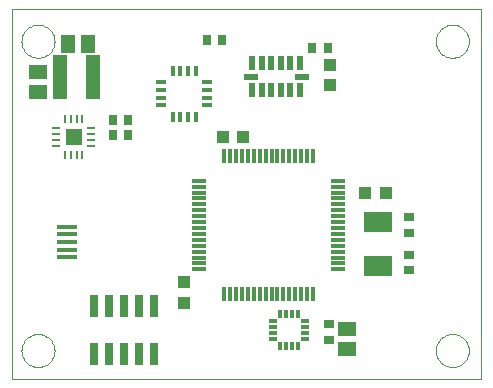
<source format=gtp>
G75*
G70*
%OFA0B0*%
%FSLAX24Y24*%
%IPPOS*%
%LPD*%
%AMOC8*
5,1,8,0,0,1.08239X$1,22.5*
%
%ADD10C,0.0000*%
%ADD11R,0.0472X0.0118*%
%ADD12R,0.0118X0.0472*%
%ADD13R,0.0276X0.0118*%
%ADD14R,0.0118X0.0276*%
%ADD15R,0.0217X0.0472*%
%ADD16R,0.0472X0.0217*%
%ADD17R,0.0472X0.1457*%
%ADD18R,0.0354X0.0276*%
%ADD19R,0.0591X0.0512*%
%ADD20R,0.0689X0.0157*%
%ADD21R,0.0945X0.0669*%
%ADD22R,0.0295X0.0098*%
%ADD23R,0.0098X0.0295*%
%ADD24R,0.0571X0.0571*%
%ADD25R,0.0512X0.0591*%
%ADD26R,0.0276X0.0354*%
%ADD27R,0.0290X0.0730*%
%ADD28R,0.0335X0.0157*%
%ADD29R,0.0157X0.0335*%
%ADD30R,0.0433X0.0394*%
%ADD31R,0.0394X0.0433*%
D10*
X000325Y000160D02*
X000325Y012469D01*
X015976Y012469D01*
X015976Y000160D01*
X000325Y000160D01*
X000649Y001098D02*
X000651Y001145D01*
X000657Y001191D01*
X000667Y001237D01*
X000680Y001282D01*
X000698Y001325D01*
X000719Y001367D01*
X000743Y001407D01*
X000771Y001444D01*
X000802Y001479D01*
X000836Y001512D01*
X000872Y001541D01*
X000911Y001567D01*
X000952Y001590D01*
X000995Y001609D01*
X001039Y001625D01*
X001084Y001637D01*
X001130Y001645D01*
X001177Y001649D01*
X001223Y001649D01*
X001270Y001645D01*
X001316Y001637D01*
X001361Y001625D01*
X001405Y001609D01*
X001448Y001590D01*
X001489Y001567D01*
X001528Y001541D01*
X001564Y001512D01*
X001598Y001479D01*
X001629Y001444D01*
X001657Y001407D01*
X001681Y001367D01*
X001702Y001325D01*
X001720Y001282D01*
X001733Y001237D01*
X001743Y001191D01*
X001749Y001145D01*
X001751Y001098D01*
X001749Y001051D01*
X001743Y001005D01*
X001733Y000959D01*
X001720Y000914D01*
X001702Y000871D01*
X001681Y000829D01*
X001657Y000789D01*
X001629Y000752D01*
X001598Y000717D01*
X001564Y000684D01*
X001528Y000655D01*
X001489Y000629D01*
X001448Y000606D01*
X001405Y000587D01*
X001361Y000571D01*
X001316Y000559D01*
X001270Y000551D01*
X001223Y000547D01*
X001177Y000547D01*
X001130Y000551D01*
X001084Y000559D01*
X001039Y000571D01*
X000995Y000587D01*
X000952Y000606D01*
X000911Y000629D01*
X000872Y000655D01*
X000836Y000684D01*
X000802Y000717D01*
X000771Y000752D01*
X000743Y000789D01*
X000719Y000829D01*
X000698Y000871D01*
X000680Y000914D01*
X000667Y000959D01*
X000657Y001005D01*
X000651Y001051D01*
X000649Y001098D01*
X000649Y011410D02*
X000651Y011457D01*
X000657Y011503D01*
X000667Y011549D01*
X000680Y011594D01*
X000698Y011637D01*
X000719Y011679D01*
X000743Y011719D01*
X000771Y011756D01*
X000802Y011791D01*
X000836Y011824D01*
X000872Y011853D01*
X000911Y011879D01*
X000952Y011902D01*
X000995Y011921D01*
X001039Y011937D01*
X001084Y011949D01*
X001130Y011957D01*
X001177Y011961D01*
X001223Y011961D01*
X001270Y011957D01*
X001316Y011949D01*
X001361Y011937D01*
X001405Y011921D01*
X001448Y011902D01*
X001489Y011879D01*
X001528Y011853D01*
X001564Y011824D01*
X001598Y011791D01*
X001629Y011756D01*
X001657Y011719D01*
X001681Y011679D01*
X001702Y011637D01*
X001720Y011594D01*
X001733Y011549D01*
X001743Y011503D01*
X001749Y011457D01*
X001751Y011410D01*
X001749Y011363D01*
X001743Y011317D01*
X001733Y011271D01*
X001720Y011226D01*
X001702Y011183D01*
X001681Y011141D01*
X001657Y011101D01*
X001629Y011064D01*
X001598Y011029D01*
X001564Y010996D01*
X001528Y010967D01*
X001489Y010941D01*
X001448Y010918D01*
X001405Y010899D01*
X001361Y010883D01*
X001316Y010871D01*
X001270Y010863D01*
X001223Y010859D01*
X001177Y010859D01*
X001130Y010863D01*
X001084Y010871D01*
X001039Y010883D01*
X000995Y010899D01*
X000952Y010918D01*
X000911Y010941D01*
X000872Y010967D01*
X000836Y010996D01*
X000802Y011029D01*
X000771Y011064D01*
X000743Y011101D01*
X000719Y011141D01*
X000698Y011183D01*
X000680Y011226D01*
X000667Y011271D01*
X000657Y011317D01*
X000651Y011363D01*
X000649Y011410D01*
X014462Y011410D02*
X014464Y011457D01*
X014470Y011503D01*
X014480Y011549D01*
X014493Y011594D01*
X014511Y011637D01*
X014532Y011679D01*
X014556Y011719D01*
X014584Y011756D01*
X014615Y011791D01*
X014649Y011824D01*
X014685Y011853D01*
X014724Y011879D01*
X014765Y011902D01*
X014808Y011921D01*
X014852Y011937D01*
X014897Y011949D01*
X014943Y011957D01*
X014990Y011961D01*
X015036Y011961D01*
X015083Y011957D01*
X015129Y011949D01*
X015174Y011937D01*
X015218Y011921D01*
X015261Y011902D01*
X015302Y011879D01*
X015341Y011853D01*
X015377Y011824D01*
X015411Y011791D01*
X015442Y011756D01*
X015470Y011719D01*
X015494Y011679D01*
X015515Y011637D01*
X015533Y011594D01*
X015546Y011549D01*
X015556Y011503D01*
X015562Y011457D01*
X015564Y011410D01*
X015562Y011363D01*
X015556Y011317D01*
X015546Y011271D01*
X015533Y011226D01*
X015515Y011183D01*
X015494Y011141D01*
X015470Y011101D01*
X015442Y011064D01*
X015411Y011029D01*
X015377Y010996D01*
X015341Y010967D01*
X015302Y010941D01*
X015261Y010918D01*
X015218Y010899D01*
X015174Y010883D01*
X015129Y010871D01*
X015083Y010863D01*
X015036Y010859D01*
X014990Y010859D01*
X014943Y010863D01*
X014897Y010871D01*
X014852Y010883D01*
X014808Y010899D01*
X014765Y010918D01*
X014724Y010941D01*
X014685Y010967D01*
X014649Y010996D01*
X014615Y011029D01*
X014584Y011064D01*
X014556Y011101D01*
X014532Y011141D01*
X014511Y011183D01*
X014493Y011226D01*
X014480Y011271D01*
X014470Y011317D01*
X014464Y011363D01*
X014462Y011410D01*
X014462Y001098D02*
X014464Y001145D01*
X014470Y001191D01*
X014480Y001237D01*
X014493Y001282D01*
X014511Y001325D01*
X014532Y001367D01*
X014556Y001407D01*
X014584Y001444D01*
X014615Y001479D01*
X014649Y001512D01*
X014685Y001541D01*
X014724Y001567D01*
X014765Y001590D01*
X014808Y001609D01*
X014852Y001625D01*
X014897Y001637D01*
X014943Y001645D01*
X014990Y001649D01*
X015036Y001649D01*
X015083Y001645D01*
X015129Y001637D01*
X015174Y001625D01*
X015218Y001609D01*
X015261Y001590D01*
X015302Y001567D01*
X015341Y001541D01*
X015377Y001512D01*
X015411Y001479D01*
X015442Y001444D01*
X015470Y001407D01*
X015494Y001367D01*
X015515Y001325D01*
X015533Y001282D01*
X015546Y001237D01*
X015556Y001191D01*
X015562Y001145D01*
X015564Y001098D01*
X015562Y001051D01*
X015556Y001005D01*
X015546Y000959D01*
X015533Y000914D01*
X015515Y000871D01*
X015494Y000829D01*
X015470Y000789D01*
X015442Y000752D01*
X015411Y000717D01*
X015377Y000684D01*
X015341Y000655D01*
X015302Y000629D01*
X015261Y000606D01*
X015218Y000587D01*
X015174Y000571D01*
X015129Y000559D01*
X015083Y000551D01*
X015036Y000547D01*
X014990Y000547D01*
X014943Y000551D01*
X014897Y000559D01*
X014852Y000571D01*
X014808Y000587D01*
X014765Y000606D01*
X014724Y000629D01*
X014685Y000655D01*
X014649Y000684D01*
X014615Y000717D01*
X014584Y000752D01*
X014556Y000789D01*
X014532Y000829D01*
X014511Y000871D01*
X014493Y000914D01*
X014480Y000959D01*
X014470Y001005D01*
X014464Y001051D01*
X014462Y001098D01*
D11*
X011200Y003809D03*
X011200Y004005D03*
X011200Y004202D03*
X011200Y004399D03*
X011200Y004596D03*
X011200Y004793D03*
X011200Y004990D03*
X011200Y005187D03*
X011200Y005383D03*
X011200Y005580D03*
X011200Y005777D03*
X011200Y005974D03*
X011200Y006171D03*
X011200Y006368D03*
X011200Y006565D03*
X011200Y006761D03*
X006575Y006761D03*
X006575Y006565D03*
X006575Y006368D03*
X006575Y006171D03*
X006575Y005974D03*
X006575Y005777D03*
X006575Y005580D03*
X006575Y005383D03*
X006575Y005187D03*
X006575Y004990D03*
X006575Y004793D03*
X006575Y004596D03*
X006575Y004399D03*
X006575Y004202D03*
X006575Y004005D03*
X006575Y003809D03*
D12*
X007411Y002972D03*
X007608Y002972D03*
X007805Y002972D03*
X008002Y002972D03*
X008199Y002972D03*
X008395Y002972D03*
X008592Y002972D03*
X008789Y002972D03*
X008986Y002972D03*
X009183Y002972D03*
X009380Y002972D03*
X009576Y002972D03*
X009773Y002972D03*
X009970Y002972D03*
X010167Y002972D03*
X010364Y002972D03*
X010364Y007598D03*
X010167Y007598D03*
X009970Y007598D03*
X009773Y007598D03*
X009576Y007598D03*
X009380Y007598D03*
X009183Y007598D03*
X008986Y007598D03*
X008789Y007598D03*
X008592Y007598D03*
X008395Y007598D03*
X008199Y007598D03*
X008002Y007598D03*
X007805Y007598D03*
X007608Y007598D03*
X007411Y007598D03*
D13*
X009034Y002080D03*
X009034Y001883D03*
X009034Y001687D03*
X009034Y001490D03*
X010116Y001490D03*
X010116Y001687D03*
X010116Y001883D03*
X010116Y002080D03*
D14*
X009870Y002326D03*
X009673Y002326D03*
X009477Y002326D03*
X009280Y002326D03*
X009280Y001244D03*
X009477Y001244D03*
X009673Y001244D03*
X009870Y001244D03*
D15*
X009925Y009770D03*
X009610Y009770D03*
X009295Y009770D03*
X008980Y009770D03*
X008665Y009770D03*
X008350Y009770D03*
X008350Y010675D03*
X008665Y010675D03*
X008980Y010675D03*
X009295Y010675D03*
X009610Y010675D03*
X009925Y010675D03*
D16*
X010004Y010223D03*
X008311Y010223D03*
D17*
X003032Y010223D03*
X001930Y010223D03*
D18*
X010888Y001978D03*
X010888Y001467D03*
X013575Y003779D03*
X013575Y004291D03*
X013575Y005029D03*
X013575Y005541D03*
D19*
X011513Y001807D03*
X011513Y001138D03*
X001200Y009732D03*
X001200Y010401D03*
D20*
X002166Y005234D03*
X002166Y004978D03*
X002166Y004723D03*
X002166Y004467D03*
X002166Y004211D03*
D21*
X012544Y003932D03*
X012544Y005388D03*
D22*
X002978Y007927D03*
X002978Y008124D03*
X002978Y008321D03*
X002978Y008518D03*
X001797Y008518D03*
X001797Y008321D03*
X001797Y008124D03*
X001797Y007927D03*
D23*
X002092Y007632D03*
X002289Y007632D03*
X002486Y007632D03*
X002683Y007632D03*
X002683Y008813D03*
X002486Y008813D03*
X002289Y008813D03*
X002092Y008813D03*
D24*
X002388Y008223D03*
D25*
X002209Y011316D03*
X002878Y011316D03*
D26*
X003694Y008785D03*
X004206Y008785D03*
X004206Y008285D03*
X003694Y008285D03*
X006819Y011441D03*
X007331Y011441D03*
X010350Y011191D03*
X010862Y011191D03*
D27*
X005075Y002585D03*
X004575Y002585D03*
X004075Y002585D03*
X003575Y002585D03*
X003075Y002585D03*
X003075Y000985D03*
X003575Y000985D03*
X004075Y000985D03*
X004575Y000985D03*
X005075Y000985D03*
D28*
X005307Y009276D03*
X005307Y009532D03*
X005307Y009788D03*
X005307Y010044D03*
X006843Y010044D03*
X006843Y009788D03*
X006843Y009532D03*
X006843Y009276D03*
D29*
X006459Y008892D03*
X006203Y008892D03*
X005947Y008892D03*
X005691Y008892D03*
X005691Y010428D03*
X005947Y010428D03*
X006203Y010428D03*
X006459Y010428D03*
D30*
X007365Y008223D03*
X008035Y008223D03*
X012115Y006348D03*
X012785Y006348D03*
D31*
X010950Y009950D03*
X010950Y010620D03*
X006075Y003370D03*
X006075Y002700D03*
M02*

</source>
